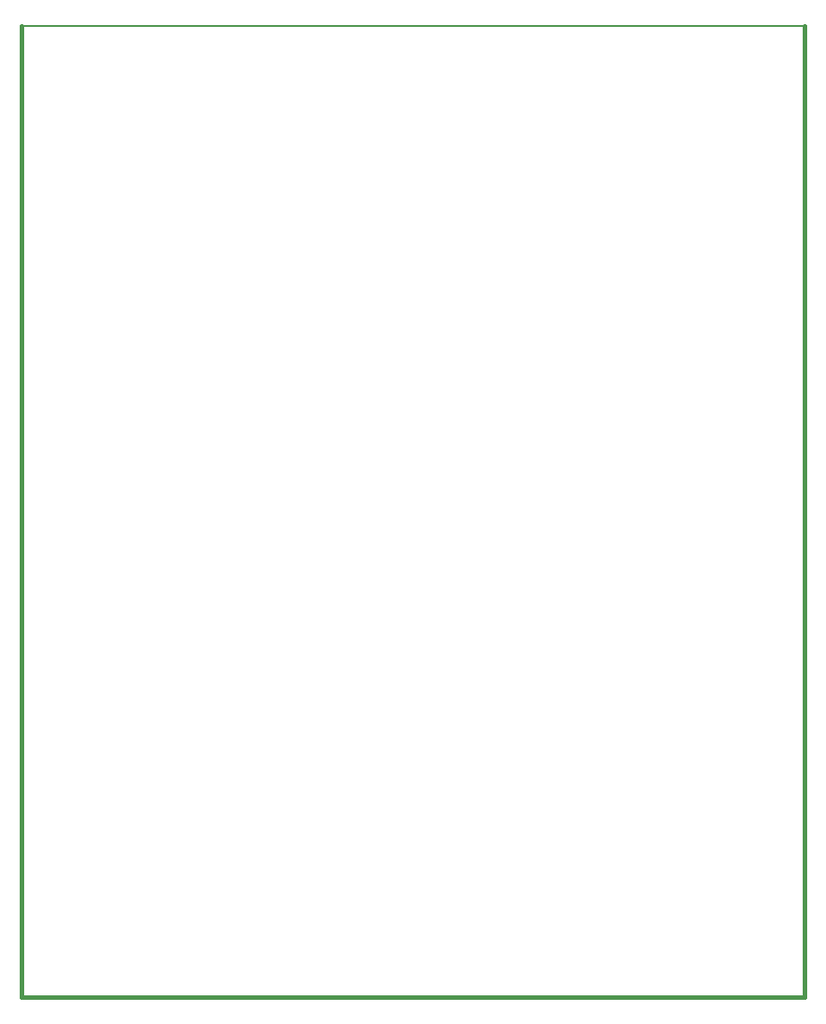
<source format=gbr>
G04*
G04 #@! TF.GenerationSoftware,Altium Limited,Altium Designer,22.4.2 (48)*
G04*
G04 Layer_Color=16711935*
%FSLAX25Y25*%
%MOIN*%
G70*
G04*
G04 #@! TF.SameCoordinates,D4448EEE-889B-48FB-A541-E9576EB43F8F*
G04*
G04*
G04 #@! TF.FilePolarity,Positive*
G04*
G01*
G75*
%ADD10C,0.00787*%
%ADD45C,0.01575*%
D10*
X224410Y400000D02*
X515748D01*
D45*
X224410Y38583D02*
Y400000D01*
X515748Y38583D02*
Y400000D01*
X224410Y38583D02*
X515748D01*
M02*

</source>
